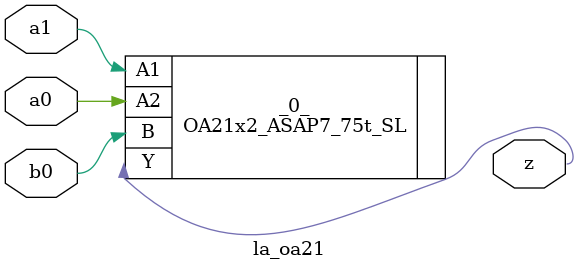
<source format=v>

/* Generated by Yosys 0.44 (git sha1 80ba43d26, g++ 11.4.0-1ubuntu1~22.04 -fPIC -O3) */

(* top =  1  *)
(* src = "generated" *)
(* keep_hierarchy *)
module la_oa21 (
    a0,
    a1,
    b0,
    z
);
  (* src = "generated" *)
  input a0;
  wire a0;
  (* src = "generated" *)
  input a1;
  wire a1;
  (* src = "generated" *)
  input b0;
  wire b0;
  (* src = "generated" *)
  output z;
  wire z;
  OA21x2_ASAP7_75t_SL _0_ (
      .A1(a1),
      .A2(a0),
      .B (b0),
      .Y (z)
  );
endmodule

</source>
